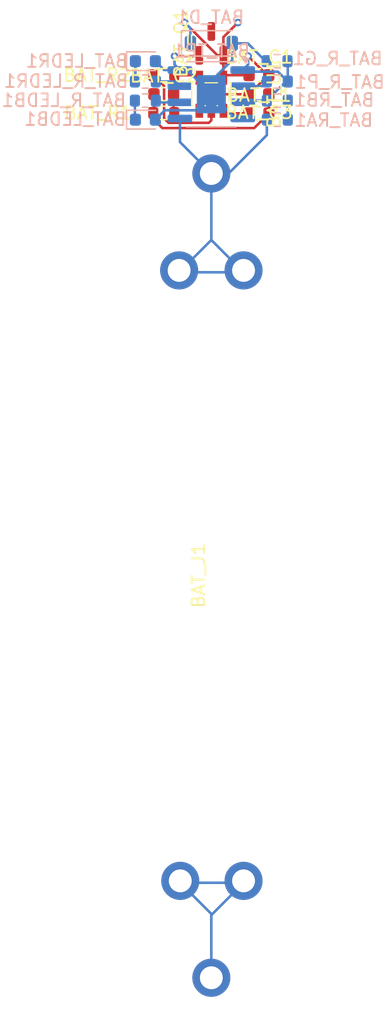
<source format=kicad_pcb>
(kicad_pcb (version 20241229) (generator "pcbnew") (generator_version "9.0")
  (layers (0 "F.Cu" signal) (2 "B.Cu" signal) (13 "F.Paste" user) (15 "B.Paste" user) (5 "F.SilkS" user "F.Silkscreen") (7 "B.SilkS" user "B.Silkscreen") (1 "F.Mask" user) (3 "B.Mask" user) (25 "Edge.Cuts" user))
  (net 0 "")
  (net 1 "VBAT")
  (net 2 "GND")
  (net 3 "VCC")
  (net 4 "VBUS")
  (net 5 "ADC_BT")
  (net 6 "Net-(BAT_LEDB1-K)")
  (net 7 "Net-(BAT_LEDR1-K)")
  (net 8 "Net-(BAT_TP1-~{STDBY})")
  (net 9 "Net-(BAT_TP1-~{CHRG})")
  (net 10 "Net-(BAT_TP1-PROG)")
  (net 11 "VIN")
  (net 12 "Net-(BAT_U1-FB)")
  (net 13 "Net-(BAT_U1-LX)")
  (net 14 "VSYS")
  (footprint "ErgoCai.pretty:SOT-23-5_L3.0-W1.7-P0.95-LS2.8-BR" (layer "F.Cu") (at 0 -38 -90)
    (property "Reference" "BAT_U1" (at 0 -4.95 270) (layer "F.SilkS"))
    (property "Value" "SY8088AAC")
    (fp_line (start -0.9 1.55) (end 0.9 1.55) (stroke (width 0.1)) (layer "F.SilkS"))
    (fp_line (start -0.9 1.41) (end -0.9 1.55) (stroke (width 0.1)) (layer "F.SilkS"))
    (fp_line (start 0.9 1.41) (end 0.9 1.55) (stroke (width 0.1)) (layer "F.SilkS"))
    (fp_line (start 0.9 0.46) (end 0.9 0.5) (stroke (width 0.1)) (layer "F.SilkS"))
    (fp_line (start -0.9 -0.49) (end -0.9 0.5) (stroke (width 0.1)) (layer "F.SilkS"))
    (fp_line (start 0.9 -0.49) (end 0.9 -0.45) (stroke (width 0.1)) (layer "F.SilkS"))
    (fp_line (start -0.9 -1.55) (end -0.9 -1.4) (stroke (width 0.1)) (layer "F.SilkS"))
    (fp_line (start -0.9 -1.55) (end 0.9 -1.55) (stroke (width 0.1)) (layer "F.SilkS"))
    (fp_line (start 0.9 -1.55) (end 0.9 -1.4) (stroke (width 0.1)) (layer "F.SilkS"))
    (pad "1" smd rect (at 1.3 0.95 270) (size 1.1 0.6) (layers "F.Cu" "F.Mask" "F.Paste") (net 11 "VIN"))
    (pad "2" smd rect (at 1.3 0 270) (size 1.1 0.6) (layers "F.Cu" "F.Mask" "F.Paste") (net 2 "GND"))
    (pad "3" smd rect (at 1.3 -0.95 270) (size 1.1 0.6) (layers "F.Cu" "F.Mask" "F.Paste") (net 13 "Net-(BAT_U1-LX)"))
    (pad "4" smd rect (at -1.3 -0.95 270) (size 1.1 0.6) (layers "F.Cu" "F.Mask" "F.Paste") (net 11 "VIN"))
    (pad "5" smd rect (at -1.3 0.95 270) (size 1.1 0.6) (layers "F.Cu" "F.Mask" "F.Paste") (net 12 "Net-(BAT_U1-FB)"))
  )
  (footprint "ErgoCai.pretty:L_0603_1608Metric" (layer "F.Cu") (at 3.75 -36.5)
    (property "Reference" "BAT_L1" (at 0 -1.43 0) (layer "F.SilkS"))
    (property "Value" "2.2µH")
    (fp_line (start -0.162779 -0.51) (end 0.162779 -0.51) (stroke (width 0.12)) (layer "F.SilkS"))
    (fp_line (start -0.162779 0.51) (end 0.162779 0.51) (stroke (width 0.12)) (layer "F.SilkS"))
    (pad "1" smd roundrect (at -0.7875 0) (size 0.875 0.95) (layers "F.Cu" "F.Mask" "F.Paste") (net 13 "Net-(BAT_U1-LX)"))
    (pad "2" smd roundrect (at 0.7875 0) (size 0.875 0.95) (layers "F.Cu" "F.Mask" "F.Paste") (net 3 "VCC"))
  )
  (footprint "ErgoCai.pretty:R_0603_1608Metric" (layer "F.Cu") (at -3.75 -39.5 180)
    (property "Reference" "BAT_R2" (at 5.25 0 0) (layer "F.SilkS"))
    (property "Value" "100K")
    (fp_line (start -0.237258 0.5225) (end 0.237258 0.5225) (stroke (width 0.12)) (layer "F.SilkS"))
    (fp_line (start -0.237258 -0.5225) (end 0.237258 -0.5225) (stroke (width 0.12)) (layer "F.SilkS"))
    (pad "1" smd roundrect (at -0.825 0 180) (size 0.8 0.95) (layers "F.Cu" "F.Mask" "F.Paste") (net 12 "Net-(BAT_U1-FB)"))
    (pad "2" smd roundrect (at 0.825 0 180) (size 0.8 0.95) (layers "F.Cu" "F.Mask" "F.Paste") (net 2 "GND"))
  )
  (footprint "ErgoCai.pretty:SOT-23" (layer "F.Cu") (at 0 -42 90)
    (property "Reference" "BAT_Q1" (at 0 -2.4 90) (layer "F.SilkS"))
    (property "Value" "AO3401A")
    (fp_line (start 0 -1.56) (end 0.65 -1.56) (stroke (width 0.12)) (layer "F.SilkS"))
    (fp_line (start 0 -1.56) (end -0.65 -1.56) (stroke (width 0.12)) (layer "F.SilkS"))
    (fp_line (start 0 1.56) (end 0.65 1.56) (stroke (width 0.12)) (layer "F.SilkS"))
    (fp_line (start 0 1.56) (end -0.65 1.56) (stroke (width 0.12)) (layer "F.SilkS"))
    (fp_poly (pts (xy -1.1625 -1.51) (xy -1.4025 -1.84) (xy -0.9225 -1.84) (xy -1.1625 -1.51)) (stroke (width 0.12)) (fill yes) (layer "F.SilkS"))
    (pad "1" smd roundrect (at -0.9375 -0.95 90) (size 1.475 0.6) (layers "F.Cu" "F.Mask" "F.Paste") (net 4 "VBUS"))
    (pad "2" smd roundrect (at -0.9375 0.95 90) (size 1.475 0.6) (layers "F.Cu" "F.Mask" "F.Paste") (net 11 "VIN"))
    (pad "3" smd roundrect (at 0.9375 0 90) (size 1.475 0.6) (layers "F.Cu" "F.Mask" "F.Paste") (net 14 "VSYS"))
  )
  (footprint "ErgoCai.pretty:C_0603_1608Metric" (layer "F.Cu") (at -3.75 -38.01)
    (property "Reference" "BAT_C2" (at 0 -1.43 0) (layer "F.SilkS"))
    (property "Value" "10uF")
    (fp_line (start -0.14058 -0.51) (end 0.14058 -0.51) (stroke (width 0.12)) (layer "F.SilkS"))
    (fp_line (start -0.14058 0.51) (end 0.14058 0.51) (stroke (width 0.12)) (layer "F.SilkS"))
    (pad "1" smd roundrect (at -0.775 0) (size 0.9 0.95) (layers "F.Cu" "F.Mask" "F.Paste") (net 3 "VCC"))
    (pad "2" smd roundrect (at 0.775 0) (size 0.9 0.95) (layers "F.Cu" "F.Mask" "F.Paste") (net 12 "Net-(BAT_U1-FB)"))
  )
  (footprint "ErgoCai.pretty:R_0603_1608Metric" (layer "F.Cu") (at -3.75 -36.53)
    (property "Reference" "BAT_R1" (at -5.19 0 0) (layer "F.SilkS"))
    (property "Value" "450K")
    (fp_line (start -0.237258 -0.5225) (end 0.237258 -0.5225) (stroke (width 0.12)) (layer "F.SilkS"))
    (fp_line (start -0.237258 0.5225) (end 0.237258 0.5225) (stroke (width 0.12)) (layer "F.SilkS"))
    (pad "1" smd roundrect (at -0.825 0) (size 0.8 0.95) (layers "F.Cu" "F.Mask" "F.Paste") (net 3 "VCC"))
    (pad "2" smd roundrect (at 0.825 0) (size 0.8 0.95) (layers "F.Cu" "F.Mask" "F.Paste") (net 12 "Net-(BAT_U1-FB)"))
  )
  (footprint "ErgoCai.pretty:C_0603_1608Metric" (layer "F.Cu") (at 3.755 -38 180)
    (property "Reference" "BAT_C3" (at 0 -1.43 180) (layer "F.SilkS"))
    (property "Value" "22uF")
    (fp_line (start -0.14058 0.51) (end 0.14058 0.51) (stroke (width 0.12)) (layer "F.SilkS"))
    (fp_line (start -0.14058 -0.51) (end 0.14058 -0.51) (stroke (width 0.12)) (layer "F.SilkS"))
    (pad "1" smd roundrect (at -0.775 0 180) (size 0.9 0.95) (layers "F.Cu" "F.Mask" "F.Paste") (net 3 "VCC"))
    (pad "2" smd roundrect (at 0.775 0 180) (size 0.9 0.95) (layers "F.Cu" "F.Mask" "F.Paste") (net 2 "GND"))
  )
  (footprint "ErgoCai.pretty:Battery_Holder_18650_Nickel" (layer "F.Cu") (at 0 -0.15)
    (property "Reference" "BAT_J1" (at -1.016 0 90) (layer "F.SilkS"))
    (property "Value" "BATT")
    (pad "1" thru_hole circle (at -2.54 -24) (size 3 3) (drill 1.8) (layers "*.Cu" "*.Mask") (net 1 "VBAT"))
    (pad "1" thru_hole circle (at 0 -31.62) (size 3 3) (drill 1.8) (layers "*.Cu" "*.Mask") (net 1 "VBAT"))
    (pad "1" thru_hole circle (at 2.54 -24) (size 3 3) (drill 1.8) (layers "*.Cu" "*.Mask") (net 1 "VBAT"))
    (pad "2" thru_hole circle (at -2.45 24) (size 3 3) (drill 1.8) (layers "*.Cu" "*.Mask") (net 2 "GND"))
    (pad "2" thru_hole circle (at 0 31.62) (size 3 3) (drill 1.8) (layers "*.Cu" "*.Mask") (net 2 "GND"))
    (pad "2" thru_hole circle (at 2.54 24) (size 3 3) (drill 1.8) (layers "*.Cu" "*.Mask") (net 2 "GND"))
  )
  (footprint "ErgoCai.pretty:C_0603_1608Metric" (layer "F.Cu") (at 3.75 -39.5)
    (property "Reference" "BAT_C1" (at 0 -1.43 0) (layer "F.SilkS"))
    (property "Value" "22uF")
    (fp_line (start -0.14058 -0.51) (end 0.14058 -0.51) (stroke (width 0.12)) (layer "F.SilkS"))
    (fp_line (start -0.14058 0.51) (end 0.14058 0.51) (stroke (width 0.12)) (layer "F.SilkS"))
    (pad "1" smd roundrect (at -0.775 0) (size 0.9 0.95) (layers "F.Cu" "F.Mask" "F.Paste") (net 11 "VIN"))
    (pad "2" smd roundrect (at 0.775 0) (size 0.9 0.95) (layers "F.Cu" "F.Mask" "F.Paste") (net 2 "GND"))
  )
  (footprint "ErgoCai.pretty:R_0603_1608Metric" (layer "B.Cu") (at 5.2 -39)
    (property "Reference" "BAT_R_P1" (at 4.915 0.04 180) (layer "B.SilkS") (effects (justify mirror)))
    (property "Value" "1.2K")
    (fp_line (start -0.237258 -0.5225) (end 0.237258 -0.5225) (stroke (width 0.12)) (layer "B.SilkS"))
    (fp_line (start -0.237258 0.5225) (end 0.237258 0.5225) (stroke (width 0.12)) (layer "B.SilkS"))
    (pad "1" smd roundrect (at -0.825 0) (size 0.8 0.95) (layers "B.Cu" "B.Mask" "B.Paste") (net 10 "Net-(BAT_TP1-PROG)"))
    (pad "2" smd roundrect (at 0.825 0) (size 0.8 0.95) (layers "B.Cu" "B.Mask" "B.Paste") (net 2 "GND"))
  )
  (footprint "ErgoCai.pretty:R_0603_1608Metric" (layer "B.Cu") (at 5.18 -40.6)
    (property "Reference" "BAT_R_G1" (at 4.77 -0.21 0) (layer "B.SilkS") (effects (justify mirror)))
    (property "Value" "100k")
    (fp_line (start -0.237258 -0.5225) (end 0.237258 -0.5225) (stroke (width 0.12)) (layer "B.SilkS"))
    (fp_line (start -0.237258 0.5225) (end 0.237258 0.5225) (stroke (width 0.12)) (layer "B.SilkS"))
    (pad "1" smd roundrect (at -0.825 0) (size 0.8 0.95) (layers "B.Cu" "B.Mask" "B.Paste") (net 4 "VBUS"))
    (pad "2" smd roundrect (at 0.825 0) (size 0.8 0.95) (layers "B.Cu" "B.Mask" "B.Paste") (net 2 "GND"))
  )
  (footprint "ErgoCai.pretty:R_0603_1608Metric" (layer "B.Cu") (at -5.2 -37.5)
    (property "Reference" "BAT_R_LEDB1" (at -6.43 -0.02 0) (layer "B.SilkS") (effects (justify mirror)))
    (property "Value" "1K")
    (fp_line (start -0.237258 -0.5225) (end 0.237258 -0.5225) (stroke (width 0.12)) (layer "B.SilkS"))
    (fp_line (start -0.237258 0.5225) (end 0.237258 0.5225) (stroke (width 0.12)) (layer "B.SilkS"))
    (pad "1" smd roundrect (at -0.825 0) (size 0.8 0.95) (layers "B.Cu" "B.Mask" "B.Paste") (net 6 "Net-(BAT_LEDB1-K)"))
    (pad "2" smd roundrect (at 0.825 0) (size 0.8 0.95) (layers "B.Cu" "B.Mask" "B.Paste") (net 8 "Net-(BAT_TP1-~{STDBY})"))
  )
  (footprint "ErgoCai.pretty:R_0603_1608Metric" (layer "B.Cu") (at 5.2 -36)
    (property "Reference" "BAT_RA1" (at 4.45 0.04 0) (layer "B.SilkS") (effects (justify mirror)))
    (property "Value" "810K")
    (fp_line (start -0.237258 -0.5225) (end 0.237258 -0.5225) (stroke (width 0.12)) (layer "B.SilkS"))
    (fp_line (start -0.237258 0.5225) (end 0.237258 0.5225) (stroke (width 0.12)) (layer "B.SilkS"))
    (pad "1" smd roundrect (at -0.825 0) (size 0.8 0.95) (layers "B.Cu" "B.Mask" "B.Paste") (net 1 "VBAT"))
    (pad "2" smd roundrect (at 0.825 0) (size 0.8 0.95) (layers "B.Cu" "B.Mask" "B.Paste") (net 5 "ADC_BT"))
  )
  (footprint "ErgoCai.pretty:D_SOD-123" (layer "B.Cu") (at 0 -42)
    (property "Reference" "BAT_D1" (at -0.07 -2.05 0) (layer "B.SilkS") (effects (justify mirror)))
    (property "Value" "1N5819")
    (fp_line (start -2.36 -1) (end 1.65 -1) (stroke (width 0.12)) (layer "B.SilkS"))
    (fp_line (start -2.36 1) (end -2.36 -1) (stroke (width 0.12)) (layer "B.SilkS"))
    (fp_line (start -2.36 1) (end 1.65 1) (stroke (width 0.12)) (layer "B.SilkS"))
    (pad "1" smd roundrect (at -1.65 0) (size 0.9 1.2) (layers "B.Cu" "B.Mask" "B.Paste") (net 11 "VIN"))
    (pad "2" smd roundrect (at 1.65 0) (size 0.9 1.2) (layers "B.Cu" "B.Mask" "B.Paste") (net 4 "VBUS"))
  )
  (footprint "ErgoCai.pretty:R_0603_1608Metric" (layer "B.Cu") (at -5.2 -39)
    (property "Reference" "BAT_R_LEDR1" (at -6.25 -0.03 0) (layer "B.SilkS") (effects (justify mirror)))
    (property "Value" "1K" (hide yes))
    (fp_line (start -0.237258 -0.5225) (end 0.237258 -0.5225) (stroke (width 0.12)) (layer "B.SilkS"))
    (fp_line (start -0.237258 0.5225) (end 0.237258 0.5225) (stroke (width 0.12)) (layer "B.SilkS"))
    (pad "1" smd roundrect (at -0.825 0) (size 0.8 0.95) (layers "B.Cu" "B.Mask" "B.Paste") (net 7 "Net-(BAT_LEDR1-K)"))
    (pad "2" smd roundrect (at 0.825 0) (size 0.8 0.95) (layers "B.Cu" "B.Mask" "B.Paste") (net 9 "Net-(BAT_TP1-~{CHRG})"))
  )
  (footprint "ErgoCai.pretty:LED_0603_1608Metric" (layer "B.Cu") (at -5.2 -36)
    (property "Reference" "BAT_LEDB1" (at -5.5275 -0.04 0) (layer "B.SilkS") (effects (justify mirror)))
    (property "Value" "BLUE" (hide yes))
    (fp_line (start -1.485 -0.735) (end 0.8 -0.735) (stroke (width 0.12)) (layer "B.SilkS"))
    (fp_line (start -1.485 0.735) (end -1.485 -0.735) (stroke (width 0.12)) (layer "B.SilkS"))
    (fp_line (start 0.8 0.735) (end -1.485 0.735) (stroke (width 0.12)) (layer "B.SilkS"))
    (pad "1" smd roundrect (at -0.7875 0) (size 0.875 0.95) (layers "B.Cu" "B.Mask" "B.Paste") (net 6 "Net-(BAT_LEDB1-K)"))
    (pad "2" smd roundrect (at 0.7875 0) (size 0.875 0.95) (layers "B.Cu" "B.Mask" "B.Paste") (net 4 "VBUS"))
  )
  (footprint "ErgoCai.pretty:SOIC-8-1EP_3.9x4.9mm_P1.27mm_EP2.29x3mm" (layer "B.Cu") (at 0 -38 180)
    (property "Reference" "BAT_TP1" (at 0 3.4 0) (layer "B.SilkS") (effects (justify mirror)))
    (property "Value" "TP4056")
    (fp_line (start 0 2.56) (end 1.95 2.56) (stroke (width 0.12)) (layer "B.SilkS"))
    (fp_line (start 0 2.56) (end -1.95 2.56) (stroke (width 0.12)) (layer "B.SilkS"))
    (fp_line (start 0 -2.56) (end 1.95 -2.56) (stroke (width 0.12)) (layer "B.SilkS"))
    (fp_line (start 0 -2.56) (end -1.95 -2.56) (stroke (width 0.12)) (layer "B.SilkS"))
    (fp_poly (pts (xy -2.7 2.465) (xy -2.94 2.795) (xy -2.46 2.795) (xy -2.7 2.465)) (stroke (width 0.12)) (fill yes) (layer "B.SilkS"))
    (pad "1" smd roundrect (at -2.475 1.905 180) (size 1.95 0.6) (layers "B.Cu" "B.Mask" "B.Paste") (net 2 "GND"))
    (pad "2" smd roundrect (at -2.475 0.635 180) (size 1.95 0.6) (layers "B.Cu" "B.Mask" "B.Paste") (net 10 "Net-(BAT_TP1-PROG)"))
    (pad "3" smd roundrect (at -2.475 -0.635 180) (size 1.95 0.6) (layers "B.Cu" "B.Mask" "B.Paste") (net 2 "GND"))
    (pad "4" smd roundrect (at -2.475 -1.905 180) (size 1.95 0.6) (layers "B.Cu" "B.Mask" "B.Paste") (net 4 "VBUS"))
    (pad "5" smd roundrect (at 2.475 -1.905 180) (size 1.95 0.6) (layers "B.Cu" "B.Mask" "B.Paste") (net 1 "VBAT"))
    (pad "6" smd roundrect (at 2.475 -0.635 180) (size 1.95 0.6) (layers "B.Cu" "B.Mask" "B.Paste") (net 8 "Net-(BAT_TP1-~{STDBY})"))
    (pad "7" smd roundrect (at 2.475 0.635 180) (size 1.95 0.6) (layers "B.Cu" "B.Mask" "B.Paste") (net 9 "Net-(BAT_TP1-~{CHRG})"))
    (pad "8" smd roundrect (at 2.475 1.905 180) (size 1.95 0.6) (layers "B.Cu" "B.Mask" "B.Paste") (net 4 "VBUS"))
    (pad "9" smd rect (at 0 0 180) (size 2.29 3) (property pad_prop_heatsink) (layers "B.Cu" "B.Mask") (net 4 "VBUS"))
  )
  (footprint "ErgoCai.pretty:R_0603_1608Metric" (layer "B.Cu") (at 5.2 -37.5 180)
    (property "Reference" "BAT_RB1" (at -4.48 0.05 0) (layer "B.SilkS") (effects (justify mirror)))
    (property "Value" "2M" (hide yes))
    (fp_line (start -0.237258 0.5225) (end 0.237258 0.5225) (stroke (width 0.12)) (layer "B.SilkS"))
    (fp_line (start -0.237258 -0.5225) (end 0.237258 -0.5225) (stroke (width 0.12)) (layer "B.SilkS"))
    (pad "1" smd roundrect (at -0.825 0 180) (size 0.8 0.95) (layers "B.Cu" "B.Mask" "B.Paste") (net 5 "ADC_BT"))
    (pad "2" smd roundrect (at 0.825 0 180) (size 0.8 0.95) (layers "B.Cu" "B.Mask" "B.Paste") (net 2 "GND"))
  )
  (footprint "ErgoCai.pretty:LED_0603_1608Metric" (layer "B.Cu") (at -5.2 -40.6)
    (property "Reference" "BAT_LEDR1" (at -5.4 -0.01 0) (layer "B.SilkS") (effects (justify mirror)))
    (property "Value" "RED" (hide yes))
    (fp_line (start -1.485 -0.735) (end 0.8 -0.735) (stroke (width 0.12)) (layer "B.SilkS"))
    (fp_line (start -1.485 0.735) (end -1.485 -0.735) (stroke (width 0.12)) (layer "B.SilkS"))
    (fp_line (start 0.8 0.735) (end -1.485 0.735) (stroke (width 0.12)) (layer "B.SilkS"))
    (pad "1" smd roundrect (at -0.7875 0) (size 0.875 0.95) (layers "B.Cu" "B.Mask" "B.Paste") (net 7 "Net-(BAT_LEDR1-K)"))
    (pad "2" smd roundrect (at 0.7875 0) (size 0.875 0.95) (layers "B.Cu" "B.Mask" "B.Paste") (net 4 "VBUS"))
  )
  (segment (start 0 -31.77) (end -2.475 -34.245) (width 0.2) (layer "B.Cu") (net 1))
  (segment (start -2.475 -34.245) (end -2.475 -36.095) (width 0.2) (layer "B.Cu") (net 1))
  (segment (start 0 -26.54) (end 2.54 -24) (width 0.2) (layer "B.Cu") (net 1))
  (segment (start 4.375 -34.785) (end 1.36 -31.77) (width 0.2) (layer "B.Cu") (net 1))
  (segment (start 1.36 -31.77) (end 0 -31.77) (width 0.2) (layer "B.Cu") (net 1))
  (segment (start -2.54 -24) (end 0 -26.54) (width 0.2) (layer "B.Cu") (net 1))
  (segment (start -2.54 -24) (end 2.54 -24) (width 0.2) (layer "B.Cu") (net 1))
  (segment (start 0 -26.54) (end 0 -31.62) (width 0.2) (layer "B.Cu") (net 1))
  (segment (start 4.375 -36) (end 4.375 -34.785) (width 0.2) (layer "B.Cu") (net 1))
  (segment (start 0.55 -38) (end 0 -37.45) (width 0.2) (layer "F.Cu") (net 2))
  (segment (start 4.525 -39.5) (end 4.48 -39.5) (width 0.2) (layer "F.Cu") (net 2))
  (segment (start -3.725055 -38.650055) (end -3.725055 -36.105055) (width 0.2) (layer "F.Cu") (net 2))
  (segment (start 0 -35.95) (end 0 -36.7) (width 0.2) (layer "F.Cu") (net 2))
  (segment (start 4.525 -39.5) (end 4.4 -39.5) (width 0.2) (layer "F.Cu") (net 2))
  (segment (start -4.575 -39.5) (end -3.725055 -38.650055) (width 0.2) (layer "F.Cu") (net 2))
  (segment (start -3.725055 -36.105055) (end -3.374 -35.754) (width 0.2) (layer "F.Cu") (net 2))
  (segment (start 2.98 -38) (end 0.55 -38) (width 0.2) (layer "F.Cu") (net 2))
  (segment (start 4.4 -39.5) (end 2.9 -41) (width 0.2) (layer "F.Cu") (net 2))
  (segment (start -3.374 -35.754) (end -0.196 -35.754) (width 0.2) (layer "F.Cu") (net 2))
  (segment (start 4.48 -39.5) (end 2.98 -38) (width 0.2) (layer "F.Cu") (net 2))
  (segment (start -0.196 -35.754) (end 0 -35.95) (width 0.2) (layer "F.Cu") (net 2))
  (segment (start 0 -37.45) (end 0 -36.7) (width 0.2) (layer "F.Cu") (net 2))
  (via (at 2.9 -41) (size 0.6) (drill 0.3) (layers "F.Cu" "B.Cu") (net 2))
  (segment (start 4.375 -37.5) (end 2.61 -37.5) (width 0.2) (layer "B.Cu") (net 2))
  (segment (start 2.475 -39.905) (end 2.604 -39.776) (width 0.2) (layer "B.Cu") (net 2))
  (segment (start 2.604 -39.776) (end 5.249 -39.776) (width 0.2) (layer "B.Cu") (net 2))
  (segment (start 5.249 -39.776) (end 6.025 -39) (width 0.2) (layer "B.Cu") (net 2))
  (segment (start -2.45 24) (end 2.54 24) (width 0.2) (layer "B.Cu") (net 2))
  (segment (start 5.875 -39) (end 4.375 -37.5) (width 0.2) (layer "B.Cu") (net 2))
  (segment (start 2.9 -41) (end 2.9 -40.33) (width 0.2) (layer "B.Cu") (net 2))
  (segment (start 0 26.45) (end 0 31.62) (width 0.2) (layer "B.Cu") (net 2))
  (segment (start -2.45 24) (end 0 26.45) (width 0.2) (layer "B.Cu") (net 2))
  (segment (start 2.9 -40.33) (end 2.475 -39.905) (width 0.2) (layer "B.Cu") (net 2))
  (segment (start 0 26.54) (end 2.54 24) (width 0.2) (layer "B.Cu") (net 2))
  (segment (start 2.61 -37.5) (end 2.475 -37.365) (width 0.2) (layer "B.Cu") (net 2))
  (segment (start 6.025 -39) (end 5.875 -39) (width 0.2) (layer "B.Cu") (net 2))
  (segment (start 6.025 -40.5) (end 6.025 -39) (width 0.2) (layer "B.Cu") (net 2))
  (segment (start 0 31.62) (end 0 26.54) (width 0.2) (layer "B.Cu") (net 2))
  (segment (start 3.3775 -35.34) (end 4.5375 -36.5) (width 0.2) (layer "F.Cu") (net 3))
  (segment (start 4.5375 -37.9925) (end 4.53 -38) (width 0.2) (layer "F.Cu") (net 3))
  (segment (start -4.575 -36.055) (end -3.86 -35.34) (width 0.2) (layer "F.Cu") (net 3))
  (segment (start -3.86 -35.34) (end 3.3775 -35.34) (width 0.2) (layer "F.Cu") (net 3))
  (segment (start -4.525 -36.58) (end -4.575 -36.53) (width 0.2) (layer "F.Cu") (net 3))
  (segment (start -4.575 -36.53) (end -4.575 -36.055) (width 0.2) (layer "F.Cu") (net 3))
  (segment (start -4.525 -38.01) (end -4.525 -36.58) (width 0.2) (layer "F.Cu") (net 3))
  (segment (start -4.575 -38.06) (end -4.525 -38.01) (width 0.2) (layer "F.Cu") (net 3))
  (segment (start 4.5375 -36.5) (end 4.5375 -37.9925) (width 0.2) (layer "F.Cu") (net 3))
  (segment (start -1.0125 -41) (end -0.95 -41.0625) (width 0.2) (layer "F.Cu") (net 4))
  (segment (start -2.8875 -41.0625) (end -2.9 -41.05) (width 0.2) (layer "F.Cu") (net 4))
  (segment (start -2.9 -41) (end -1.0125 -41) (width 0.2) (layer "F.Cu") (net 4))
  (via (at -2.9 -41) (size 0.6) (drill 0.3) (layers "F.Cu" "B.Cu") (net 4))
  (segment (start 2.875 -42) (end 1.65 -42) (width 0.2) (layer "B.Cu") (net 4))
  (segment (start 1.905 -36.095) (end 2.475 -36.095) (width 0.2) (layer "B.Cu") (net 4))
  (segment (start -4.4125 -36) (end -3.6725 -36.74) (width 0.2) (layer "B.Cu") (net 4))
  (segment (start -1.26 -36.74) (end 0 -38) (width 0.2) (layer "B.Cu") (net 4))
  (segment (start 1.459032 -40.506) (end 0.846516 -39.893484) (width 0.2) (layer "B.Cu") (net 4))
  (segment (start -3.7175 -39.905) (end -4.4125 -40.6) (width 0.2) (layer "B.Cu") (net 4))
  (segment (start -2.9 -41) (end -2.9 -40.33) (width 0.2) (layer "B.Cu") (net 4))
  (segment (start 1.65 -40.696968) (end 0.846516 -39.893484) (width 0.2) (layer "B.Cu") (net 4))
  (segment (start 0.846516 -39.893484) (end 0 -39.046968) (width 0.2) (layer "B.Cu") (net 4))
  (segment (start -1.905 -39.905) (end 0 -38) (width 0.2) (layer "B.Cu") (net 4))
  (segment (start -3.6725 -36.74) (end -1.26 -36.74) (width 0.2) (layer "B.Cu") (net 4))
  (segment (start -2.475 -39.905) (end -1.905 -39.905) (width 0.2) (layer "B.Cu") (net 4))
  (segment (start 0 -38) (end 1.905 -36.095) (width 0.2) (layer "B.Cu") (net 4))
  (segment (start -2.475 -39.905) (end -3.7175 -39.905) (width 0.2) (layer "B.Cu") (net 4))
  (segment (start -2.9 -40.33) (end -2.475 -39.905) (width 0.2) (layer "B.Cu") (net 4))
  (segment (start 1.65 -42) (end 1.65 -40.696968) (width 0.2) (layer "B.Cu") (net 4))
  (segment (start 4.375 -40.5) (end 2.875 -42) (width 0.2) (layer "B.Cu") (net 4))
  (segment (start 0 -39.046968) (end 0 -38) (width 0.2) (layer "B.Cu") (net 4))
  (segment (start 6.025 -37.5) (end 6.025 -36) (width 0.2) (layer "B.Cu") (net 5))
  (segment (start -6.025 -37.5) (end -6.025 -36.0375) (width 0.2) (layer "B.Cu") (net 6))
  (segment (start -6.025 -36.0375) (end -5.9875 -36) (width 0.2) (layer "B.Cu") (net 6))
  (segment (start -5.9875 -40.5) (end -5.9875 -39.0375) (width 0.2) (layer "B.Cu") (net 7))
  (segment (start -5.9875 -39.0375) (end -6.025 -39) (width 0.2) (layer "B.Cu") (net 7))
  (segment (start -2.475 -37.365) (end -4.24 -37.365) (width 0.2) (layer "B.Cu") (net 8))
  (segment (start -4.24 -37.365) (end -4.375 -37.5) (width 0.2) (layer "B.Cu") (net 8))
  (segment (start -2.84 -39) (end -2.475 -38.635) (width 0.2) (layer "B.Cu") (net 9))
  (segment (start -4.375 -39) (end -2.84 -39) (width 0.2) (layer "B.Cu") (net 9))
  (segment (start 4.01 -38.635) (end 4.375 -39) (width 0.2) (layer "B.Cu") (net 10))
  (segment (start 2.475 -38.635) (end 4.01 -38.635) (width 0.2) (layer "B.Cu") (net 10))
  (segment (start 2.975 -39.5) (end 1.15 -39.5) (width 0.2) (layer "F.Cu") (net 11))
  (segment (start 0.4775 -41.0625) (end -2.1 -43.64) (width 0.2) (layer "F.Cu") (net 11))
  (segment (start -2.1 -43.64) (end -2.1 -43.65) (width 0.2) (layer "F.Cu") (net 11))
  (segment (start -0.95 -37.4) (end -0.95 -36.7) (width 0.2) (layer "F.Cu") (net 11))
  (segment (start 0.95 -41.0625) (end 0.4775 -41.0625) (width 0.2) (layer "F.Cu") (net 11))
  (segment (start 0.95 -39.3) (end -0.95 -37.4) (width 0.2) (layer "F.Cu") (net 11))
  (segment (start 0.95 -42.49) (end 2.1 -43.64) (width 0.2) (layer "F.Cu") (net 11))
  (segment (start 1.15 -39.5) (end 0.95 -39.3) (width 0.2) (layer "F.Cu") (net 11))
  (segment (start 0.95 -39.3) (end 0.95 -41.0625) (width 0.2) (layer "F.Cu") (net 11))
  (segment (start 0.95 -41.0625) (end 0.95 -42.49) (width 0.2) (layer "F.Cu") (net 11))
  (via (at 2.1 -43.64) (size 0.6) (drill 0.3) (layers "F.Cu" "B.Cu") (net 11))
  (via (at -2.1 -43.65) (size 0.6) (drill 0.3) (layers "F.Cu" "B.Cu") (net 11))
  (segment (start -1.65 -42) (end -1.65 -43.2) (width 0.2) (layer "B.Cu") (net 11))
  (segment (start -1.65 -43.2) (end -2.1 -43.65) (width 0.2) (layer "B.Cu") (net 11))
  (segment (start -2.975 -38.01) (end -2.975 -36.55) (width 0.2) (layer "F.Cu") (net 12))
  (segment (start -2.925 -39.5) (end -1.15 -39.5) (width 0.2) (layer "F.Cu") (net 12))
  (segment (start -1.15 -39.5) (end -0.95 -39.3) (width 0.2) (layer "F.Cu") (net 12))
  (segment (start -2.975 -36.55) (end -2.925 -36.5) (width 0.2) (layer "F.Cu") (net 12))
  (segment (start -2.925 -38.06) (end -2.975 -38.01) (width 0.2) (layer "F.Cu") (net 12))
  (segment (start -2.925 -39.5) (end -2.925 -38.06) (width 0.2) (layer "F.Cu") (net 12))
  (segment (start -2.925 -36.55) (end -2.975 -36.5) (width 0.2) (layer "F.Cu") (net 12))
  (segment (start 1.15 -36.5) (end 0.95 -36.7) (width 0.2) (layer "F.Cu") (net 13))
  (segment (start 2.9625 -36.5) (end 1.15 -36.5) (width 0.2) (layer "F.Cu") (net 13))
)
</source>
